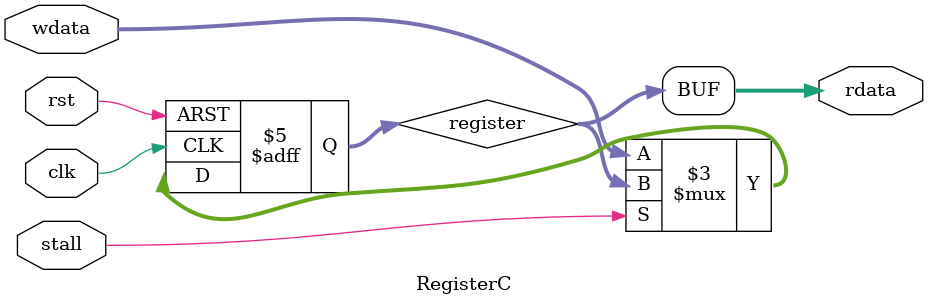
<source format=v>
module Register(
   clk,
   rst,
   wen,
   wdata, 
   rdata);
 
  parameter DataWidth = 32;

  input clk;
  input rst;
  input wen;                    // Reg Write enable
  input [DataWidth-1:0] wdata;  // Reg Write port  
  output [DataWidth-1:0] rdata; // Reg Read data port 1

  reg [DataWidth-1:0] register;
  
  /*
  always @(posedge clk) begin
    register <= rst ? {DataWidth{1'b0}} : wen ? wdata : register;
  end
  */

  always @(posedge clk) begin
    /*
    if (rst)
      register <= {DataWidth{1'b0}};
    else 
      */
      if (wen)
      register <= wdata;
  end
 
  assign rdata = register;

endmodule 
/*
module Register(
   clk,
   rst,
   stall,
   wen,
   wdata, 
   rdata);
 
  parameter DataWidth = 32;

  input clk;
  input rst;
  input stall;
  input wen;                    // Reg Write enable
  input [DataWidth-1:0] wdata;  // Reg Write port  
  output [DataWidth-1:0] rdata; // Reg Read data port 1

  reg [DataWidth-1:0] register;
  
  always @(posedge clk or posedge rst) begin
    if (rst)
      register <= {DataWidth{1'b0}};
    else if (!stall) begin
    //else if (!0) begin
      if (wen) register <= wdata;
    end
  end
 
  assign rdata = register;

endmodule 
*/


module RegisterV(
   clk,
   rst,
   stall,
   clr,
   wen,
   wdata, 
   rdata,
   rdy);
 
  parameter DataWidth = 32;

  input clk;
  input rst;
  input stall;                  // Stall 
  input clr;                    // Clear
  input wen;                    // Write enable
  input  [DataWidth-1:0] wdata; // Write port  
  output [DataWidth-1:0] rdata; // Read data port 1
  output                 rdy;   // Read data valid

  reg [DataWidth-1:0] register;
  reg                 ready;
  
  always @(posedge clk or posedge rst) begin
    if(rst) begin
      register <= {DataWidth{1'b0}};
      ready      <= 1'b0; 
    end
    else if (!stall) begin
      if (wen) begin
        register <= wdata;
        ready    <= 1'b1; 
      end 
      else if (clr)
        ready    <= 1'b0;
    end
  end
 
  assign rdata = register;
  assign rdy   = ready;

endmodule 

module RegisterC(
   clk,
   rst,
   stall,
   wdata, 
   rdata);
 
  parameter DataWidth = 32;

  input clk;
  input rst;
  input stall;
  input [DataWidth-1:0] wdata;  // Reg Write port  
  output [DataWidth-1:0] rdata; // Reg Read data port 1

  reg [DataWidth-1:0] register;
  
  always @(posedge clk or posedge rst) begin
    if (rst)
      register <= {DataWidth{1'b0}};
    else if (!stall)
      register <= wdata;
  end
 
  assign rdata = register;

endmodule 

</source>
